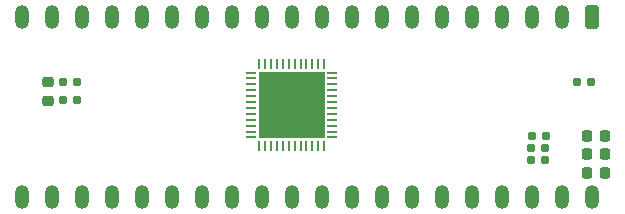
<source format=gts>
%TF.GenerationSoftware,KiCad,Pcbnew,6.0.2*%
%TF.CreationDate,2022-04-10T12:21:24-06:00*%
%TF.ProjectId,FPGA_1,46504741-5f31-42e6-9b69-6361645f7063,rev?*%
%TF.SameCoordinates,Original*%
%TF.FileFunction,Soldermask,Top*%
%TF.FilePolarity,Negative*%
%FSLAX46Y46*%
G04 Gerber Fmt 4.6, Leading zero omitted, Abs format (unit mm)*
G04 Created by KiCad (PCBNEW 6.0.2) date 2022-04-10 12:21:24*
%MOMM*%
%LPD*%
G01*
G04 APERTURE LIST*
G04 Aperture macros list*
%AMRoundRect*
0 Rectangle with rounded corners*
0 $1 Rounding radius*
0 $2 $3 $4 $5 $6 $7 $8 $9 X,Y pos of 4 corners*
0 Add a 4 corners polygon primitive as box body*
4,1,4,$2,$3,$4,$5,$6,$7,$8,$9,$2,$3,0*
0 Add four circle primitives for the rounded corners*
1,1,$1+$1,$2,$3*
1,1,$1+$1,$4,$5*
1,1,$1+$1,$6,$7*
1,1,$1+$1,$8,$9*
0 Add four rect primitives between the rounded corners*
20,1,$1+$1,$2,$3,$4,$5,0*
20,1,$1+$1,$4,$5,$6,$7,0*
20,1,$1+$1,$6,$7,$8,$9,0*
20,1,$1+$1,$8,$9,$2,$3,0*%
%AMOutline5P*
0 Free polygon, 5 corners , with rotation*
0 The origin of the aperture is its center*
0 number of corners: always 5*
0 $1 to $10 corner X, Y*
0 $11 Rotation angle, in degrees counterclockwise*
0 create outline with 5 corners*
4,1,5,$1,$2,$3,$4,$5,$6,$7,$8,$9,$10,$1,$2,$11*%
%AMOutline6P*
0 Free polygon, 6 corners , with rotation*
0 The origin of the aperture is its center*
0 number of corners: always 6*
0 $1 to $12 corner X, Y*
0 $13 Rotation angle, in degrees counterclockwise*
0 create outline with 6 corners*
4,1,6,$1,$2,$3,$4,$5,$6,$7,$8,$9,$10,$11,$12,$1,$2,$13*%
%AMOutline7P*
0 Free polygon, 7 corners , with rotation*
0 The origin of the aperture is its center*
0 number of corners: always 7*
0 $1 to $14 corner X, Y*
0 $15 Rotation angle, in degrees counterclockwise*
0 create outline with 7 corners*
4,1,7,$1,$2,$3,$4,$5,$6,$7,$8,$9,$10,$11,$12,$13,$14,$1,$2,$15*%
%AMOutline8P*
0 Free polygon, 8 corners , with rotation*
0 The origin of the aperture is its center*
0 number of corners: always 8*
0 $1 to $16 corner X, Y*
0 $17 Rotation angle, in degrees counterclockwise*
0 create outline with 8 corners*
4,1,8,$1,$2,$3,$4,$5,$6,$7,$8,$9,$10,$11,$12,$13,$14,$15,$16,$1,$2,$17*%
G04 Aperture macros list end*
%ADD10RoundRect,0.160000X0.197500X0.160000X-0.197500X0.160000X-0.197500X-0.160000X0.197500X-0.160000X0*%
%ADD11RoundRect,0.218750X-0.218750X-0.256250X0.218750X-0.256250X0.218750X0.256250X-0.218750X0.256250X0*%
%ADD12RoundRect,0.218750X-0.256250X0.218750X-0.256250X-0.218750X0.256250X-0.218750X0.256250X0.218750X0*%
%ADD13RoundRect,0.062500X-0.062500X0.375000X-0.062500X-0.375000X0.062500X-0.375000X0.062500X0.375000X0*%
%ADD14RoundRect,0.062500X-0.375000X0.062500X-0.375000X-0.062500X0.375000X-0.062500X0.375000X0.062500X0*%
%ADD15R,5.600000X5.600000*%
%ADD16Outline8P,-0.600000X0.760000X-0.360000X1.000000X0.360000X1.000000X0.600000X0.760000X0.600000X-0.760000X0.360000X-1.000000X-0.360000X-1.000000X-0.600000X-0.760000X180.000000*%
%ADD17O,1.200000X2.000000*%
%ADD18RoundRect,0.155000X-0.212500X-0.155000X0.212500X-0.155000X0.212500X0.155000X-0.212500X0.155000X0*%
G04 APERTURE END LIST*
D10*
%TO.C,R5*%
X107810900Y-93548200D03*
X106615900Y-93548200D03*
%TD*%
D11*
%TO.C,D2*%
X111328100Y-91490800D03*
X112903100Y-91490800D03*
%TD*%
D12*
%TO.C,D1*%
X65709800Y-86969500D03*
X65709800Y-88544500D03*
%TD*%
D10*
%TO.C,R6*%
X107836300Y-92532200D03*
X106641300Y-92532200D03*
%TD*%
D13*
%TO.C,U1*%
X89110000Y-85462500D03*
X88610000Y-85462500D03*
X88110000Y-85462500D03*
X87610000Y-85462500D03*
X87110000Y-85462500D03*
X86610000Y-85462500D03*
X86110000Y-85462500D03*
X85610000Y-85462500D03*
X85110000Y-85462500D03*
X84610000Y-85462500D03*
X84110000Y-85462500D03*
X83610000Y-85462500D03*
D14*
X82922500Y-86150000D03*
X82922500Y-86650000D03*
X82922500Y-87150000D03*
X82922500Y-87650000D03*
X82922500Y-88150000D03*
X82922500Y-88650000D03*
X82922500Y-89150000D03*
X82922500Y-89650000D03*
X82922500Y-90150000D03*
X82922500Y-90650000D03*
X82922500Y-91150000D03*
X82922500Y-91650000D03*
D13*
X83610000Y-92337500D03*
X84110000Y-92337500D03*
X84610000Y-92337500D03*
X85110000Y-92337500D03*
X85610000Y-92337500D03*
X86110000Y-92337500D03*
X86610000Y-92337500D03*
X87110000Y-92337500D03*
X87610000Y-92337500D03*
X88110000Y-92337500D03*
X88610000Y-92337500D03*
X89110000Y-92337500D03*
D14*
X89797500Y-91650000D03*
X89797500Y-91150000D03*
X89797500Y-90650000D03*
X89797500Y-90150000D03*
X89797500Y-89650000D03*
X89797500Y-89150000D03*
X89797500Y-88650000D03*
X89797500Y-88150000D03*
X89797500Y-87650000D03*
X89797500Y-87150000D03*
X89797500Y-86650000D03*
X89797500Y-86150000D03*
D15*
X86360000Y-88900000D03*
%TD*%
D16*
%TO.C,J1*%
X111785400Y-81457800D03*
D17*
X109245400Y-81457800D03*
X106705400Y-81457800D03*
X104165400Y-81457800D03*
X101625400Y-81457800D03*
X99085400Y-81457800D03*
X96545400Y-81457800D03*
X94005400Y-81457800D03*
X91465400Y-81457800D03*
X88925400Y-81457800D03*
X86385400Y-81457800D03*
X83845400Y-81457800D03*
X81305400Y-81457800D03*
X78765400Y-81457800D03*
X76225400Y-81457800D03*
X73685400Y-81457800D03*
X71145400Y-81457800D03*
X68605400Y-81457800D03*
X66065400Y-81457800D03*
X63525400Y-81457800D03*
X63525400Y-96697800D03*
X66065400Y-96697800D03*
X68605400Y-96697800D03*
X71145400Y-96697800D03*
X73685400Y-96697800D03*
X76225400Y-96697800D03*
X78765400Y-96697800D03*
X81305400Y-96697800D03*
X83845400Y-96697800D03*
X86385400Y-96697800D03*
X88925400Y-96697800D03*
X91465400Y-96697800D03*
X94005400Y-96697800D03*
X96545400Y-96697800D03*
X99085400Y-96697800D03*
X101625400Y-96697800D03*
X104165400Y-96697800D03*
X106705400Y-96697800D03*
X109245400Y-96697800D03*
X111785400Y-96697800D03*
%TD*%
D10*
%TO.C,R2*%
X68161500Y-86944200D03*
X66966500Y-86944200D03*
%TD*%
%TO.C,R1*%
X68186900Y-88519000D03*
X66991900Y-88519000D03*
%TD*%
%TO.C,R4*%
X107861700Y-91516200D03*
X106666700Y-91516200D03*
%TD*%
D18*
%TO.C,C9*%
X110557500Y-86995000D03*
X111692500Y-86995000D03*
%TD*%
D11*
%TO.C,D3*%
X111328100Y-94640400D03*
X112903100Y-94640400D03*
%TD*%
%TO.C,D4*%
X111328100Y-93040200D03*
X112903100Y-93040200D03*
%TD*%
M02*

</source>
